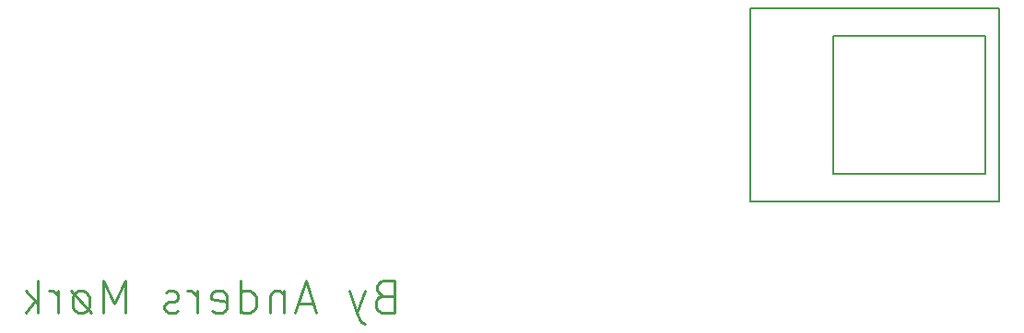
<source format=gbr>
%TF.GenerationSoftware,KiCad,Pcbnew,(5.1.10)-1*%
%TF.CreationDate,2021-11-08T12:22:01+01:00*%
%TF.ProjectId,bussData,62757373-4461-4746-912e-6b696361645f,rev?*%
%TF.SameCoordinates,Original*%
%TF.FileFunction,Legend,Bot*%
%TF.FilePolarity,Positive*%
%FSLAX46Y46*%
G04 Gerber Fmt 4.6, Leading zero omitted, Abs format (unit mm)*
G04 Created by KiCad (PCBNEW (5.1.10)-1) date 2021-11-08 12:22:01*
%MOMM*%
%LPD*%
G01*
G04 APERTURE LIST*
%ADD10C,0.250000*%
%ADD11C,0.150000*%
G04 APERTURE END LIST*
D10*
X119997142Y-103925714D02*
X119568571Y-104068571D01*
X119425714Y-104211428D01*
X119282857Y-104497142D01*
X119282857Y-104925714D01*
X119425714Y-105211428D01*
X119568571Y-105354285D01*
X119854285Y-105497142D01*
X120997142Y-105497142D01*
X120997142Y-102497142D01*
X119997142Y-102497142D01*
X119711428Y-102640000D01*
X119568571Y-102782857D01*
X119425714Y-103068571D01*
X119425714Y-103354285D01*
X119568571Y-103640000D01*
X119711428Y-103782857D01*
X119997142Y-103925714D01*
X120997142Y-103925714D01*
X118282857Y-103497142D02*
X117568571Y-105497142D01*
X116854285Y-103497142D02*
X117568571Y-105497142D01*
X117854285Y-106211428D01*
X117997142Y-106354285D01*
X118282857Y-106497142D01*
X113568571Y-104640000D02*
X112140000Y-104640000D01*
X113854285Y-105497142D02*
X112854285Y-102497142D01*
X111854285Y-105497142D01*
X110854285Y-103497142D02*
X110854285Y-105497142D01*
X110854285Y-103782857D02*
X110711428Y-103640000D01*
X110425714Y-103497142D01*
X109997142Y-103497142D01*
X109711428Y-103640000D01*
X109568571Y-103925714D01*
X109568571Y-105497142D01*
X106854285Y-105497142D02*
X106854285Y-102497142D01*
X106854285Y-105354285D02*
X107140000Y-105497142D01*
X107711428Y-105497142D01*
X107997142Y-105354285D01*
X108140000Y-105211428D01*
X108282857Y-104925714D01*
X108282857Y-104068571D01*
X108140000Y-103782857D01*
X107997142Y-103640000D01*
X107711428Y-103497142D01*
X107140000Y-103497142D01*
X106854285Y-103640000D01*
X104282857Y-105354285D02*
X104568571Y-105497142D01*
X105140000Y-105497142D01*
X105425714Y-105354285D01*
X105568571Y-105068571D01*
X105568571Y-103925714D01*
X105425714Y-103640000D01*
X105140000Y-103497142D01*
X104568571Y-103497142D01*
X104282857Y-103640000D01*
X104140000Y-103925714D01*
X104140000Y-104211428D01*
X105568571Y-104497142D01*
X102854285Y-105497142D02*
X102854285Y-103497142D01*
X102854285Y-104068571D02*
X102711428Y-103782857D01*
X102568571Y-103640000D01*
X102282857Y-103497142D01*
X101997142Y-103497142D01*
X101140000Y-105354285D02*
X100854285Y-105497142D01*
X100282857Y-105497142D01*
X99997142Y-105354285D01*
X99854285Y-105068571D01*
X99854285Y-104925714D01*
X99997142Y-104640000D01*
X100282857Y-104497142D01*
X100711428Y-104497142D01*
X100997142Y-104354285D01*
X101140000Y-104068571D01*
X101140000Y-103925714D01*
X100997142Y-103640000D01*
X100711428Y-103497142D01*
X100282857Y-103497142D01*
X99997142Y-103640000D01*
X96282857Y-105497142D02*
X96282857Y-102497142D01*
X95282857Y-104640000D01*
X94282857Y-102497142D01*
X94282857Y-105497142D01*
X91282857Y-103497142D02*
X93140000Y-105497142D01*
X92425714Y-105497142D02*
X92711428Y-105354285D01*
X92854285Y-105211428D01*
X92997142Y-104925714D01*
X92997142Y-104068571D01*
X92854285Y-103782857D01*
X92711428Y-103640000D01*
X92425714Y-103497142D01*
X91997142Y-103497142D01*
X91711428Y-103640000D01*
X91568571Y-103782857D01*
X91425714Y-104068571D01*
X91425714Y-104925714D01*
X91568571Y-105211428D01*
X91711428Y-105354285D01*
X91997142Y-105497142D01*
X92425714Y-105497142D01*
X90140000Y-105497142D02*
X90140000Y-103497142D01*
X90140000Y-104068571D02*
X89997142Y-103782857D01*
X89854285Y-103640000D01*
X89568571Y-103497142D01*
X89282857Y-103497142D01*
X88282857Y-105497142D02*
X88282857Y-102497142D01*
X87997142Y-104354285D02*
X87140000Y-105497142D01*
X87140000Y-103497142D02*
X88282857Y-104640000D01*
D11*
%TO.C,esp8266 D1 Wemos mini*%
X175260000Y-92710000D02*
X161290000Y-92710000D01*
X161290000Y-92710000D02*
X161290000Y-80010000D01*
X161290000Y-80010000D02*
X175260000Y-80010000D01*
X175260000Y-80010000D02*
X175260000Y-92710000D01*
X176530000Y-95250000D02*
X176530000Y-77470000D01*
X176530000Y-77470000D02*
X153670000Y-77470000D01*
X153670000Y-77470000D02*
X153670000Y-95250000D01*
X153670000Y-95250000D02*
X176530000Y-95250000D01*
%TD*%
M02*

</source>
